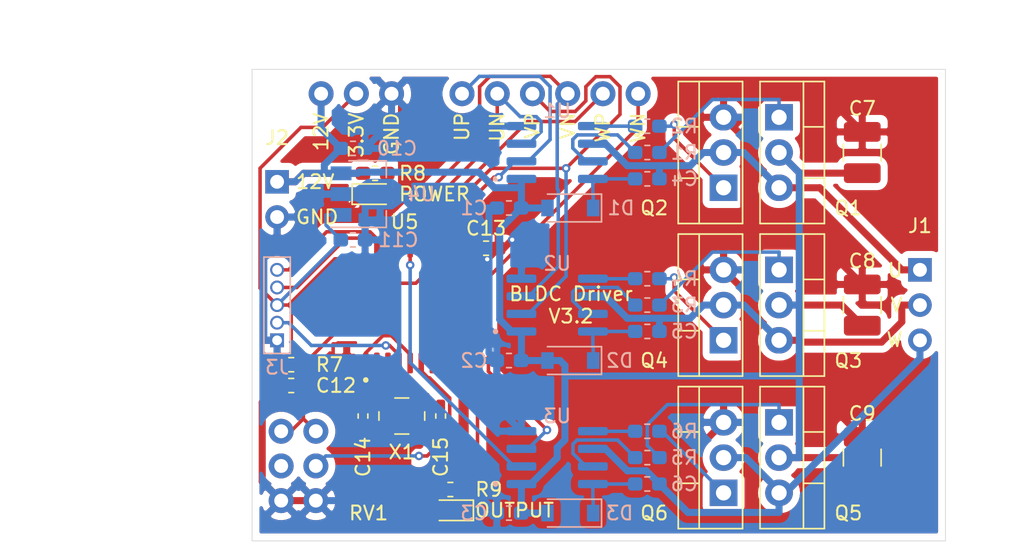
<source format=kicad_pcb>
(kicad_pcb (version 20171130) (host pcbnew "(5.1.9-0-10_14)")
  (title_block (title "BLDC Driver") (date 2021-03-21) (rev 3.2) (company https://github.com/KimiakiK))
  (layers (0 F.Cu signal) (31 B.Cu signal) (34 B.Paste user hide) (35 F.Paste user hide) (36 B.SilkS user) (37 F.SilkS user) (38 B.Mask user hide) (39 F.Mask user hide) (44 Edge.Cuts user))
  (net 0 "")
  (net 1 "Net-(C4-Pad1)")
  (net 2 "Net-(C5-Pad1)")
  (net 3 "Net-(C6-Pad1)")
  (net 4 +12V)
  (net 5 GND)
  (net 6 "Net-(Q1-Pad1)")
  (net 7 "Net-(Q2-Pad1)")
  (net 8 "Net-(Q3-Pad1)")
  (net 9 "Net-(Q4-Pad1)")
  (net 10 "Net-(Q5-Pad1)")
  (net 11 "Net-(Q6-Pad1)")
  (net 12 "Net-(R7-Pad1)")
  (net 13 /U)
  (net 14 /V)
  (net 15 /W)
  (net 16 +3V3)
  (net 17 SWDIO)
  (net 18 SWCLK)
  (net 19 NRST)
  (net 20 "Net-(R1-Pad2)")
  (net 21 "Net-(R2-Pad2)")
  (net 22 "Net-(R3-Pad2)")
  (net 23 "Net-(R4-Pad2)")
  (net 24 "Net-(R5-Pad2)")
  (net 25 "Net-(R6-Pad2)")
  (net 26 UP)
  (net 27 UN)
  (net 28 VP)
  (net 29 VN)
  (net 30 WP)
  (net 31 WN)
  (net 32 ADC)
  (net 33 OSC_I)
  (net 34 OSC_O)
  (net 35 "Net-(D4-Pad2)")
  (net 36 "Net-(D5-Pad2)")
  (net 37 LED)
  (module Connector_PinSocket_2.54mm:PinSocket_1x03_P2.54mm_Vertical (layer F.Cu) (at 10.16 -2.54)
    (fp_text reference J1 (at 0 -3.175) (layer F.SilkS))
    (fp_text value "Motor Out")
    (pad 3 thru_hole oval (at 0 5.08) (size 1.7 1.7) (drill 1) (layers *.Cu *.Mask) (net 15 /W))
    (pad 2 thru_hole oval (at 0 2.54) (size 1.7 1.7) (drill 1) (layers *.Cu *.Mask) (net 14 /V))
    (pad 1 thru_hole rect (at 0 0) (size 1.7 1.7) (drill 1) (layers *.Cu *.Mask) (net 13 /U))
  )
  (module Connector_PinSocket_2.54mm:PinSocket_1x02_P2.54mm_Vertical (layer F.Cu) (at -36.195 -8.89)
    (fp_text reference J2 (at 0 -3.175) (layer F.SilkS))
    (fp_text value "DC Jack")
    (pad 2 thru_hole oval (at 0 2.54) (size 1.7 1.7) (drill 1) (layers *.Cu *.Mask) (net 5 GND))
    (pad 1 thru_hole rect (at 0 0) (size 1.7 1.7) (drill 1) (layers *.Cu *.Mask) (net 4 +12V))
  )
  (module BldcDriver:Crystal_SMD_3225-4Pin_3.2x2.5mm_HandSoldering (layer F.Cu) (at -27.2 8)
    (fp_text reference X1 (at 0 2.6) (layer F.SilkS))
    (fp_text value 12MHz)
    (pad 1 smd rect (at -1.3 1.05) (size 1.35 1.2) (layers F.Cu F.Paste F.Mask) (net 33 OSC_I))
    (pad 2 smd rect (at 1.3 1.05) (size 1.35 1.2) (layers F.Cu F.Paste F.Mask) (net 5 GND))
    (pad 3 smd rect (at 1.3 -1.05) (size 1.35 1.2) (layers F.Cu F.Paste F.Mask) (net 34 OSC_O))
    (pad 4 smd rect (at -1.3 -1.05) (size 1.35 1.2) (layers F.Cu F.Paste F.Mask) (net 5 GND))
  )
  (module Package_TO_SOT_SMD:SOT-89-3 (layer B.Cu) (at -30.1 -8)
    (fp_text reference U4 (at 4.3 0) (layer B.SilkS) (effects (justify mirror)))
    (fp_text value NJM78L33SU3)
    (pad 2 smd trapezoid (at -0.0762 0 270) (size 1.5 1) (rect_delta 0 -0.7) (layers B.Cu B.Paste B.Mask) (net 5 GND))
    (pad 2 smd rect (at 1.3335 0 90) (size 2.2 1.84) (layers B.Cu B.Paste B.Mask) (net 5 GND))
    (pad 3 smd rect (at -1.48 -1.5 90) (size 1 1.5) (layers B.Cu B.Paste B.Mask) (net 4 +12V))
    (pad 2 smd rect (at -1.3335 0 90) (size 1 1.8) (layers B.Cu B.Paste B.Mask) (net 5 GND))
    (pad 1 smd rect (at -1.48 1.5 90) (size 1 1.5) (layers B.Cu B.Paste B.Mask) (net 16 +3V3))
    (pad 2 smd trapezoid (at 2.667 0 90) (size 1.6 0.85) (rect_delta 0 -0.6) (layers B.Cu B.Paste B.Mask) (net 5 GND))
  )
  (module BldcDriver:SOIC-8_3.9x4.9mm_P1.27mm (layer B.Cu) (at -16 11)
    (fp_text reference U3 (at 0 -3) (layer B.SilkS) (effects (justify mirror)))
    (fp_text value IR2101)
    (pad 1 smd roundrect (at -2.575 1.905) (size 2.15 0.6) (layers B.Cu B.Paste B.Mask) (net 4 +12V))
    (pad 2 smd roundrect (at -2.575 0.635) (size 2.15 0.6) (layers B.Cu B.Paste B.Mask) (net 30 WP))
    (pad 3 smd roundrect (at -2.575 -0.635) (size 2.15 0.6) (layers B.Cu B.Paste B.Mask) (net 31 WN))
    (pad 4 smd roundrect (at -2.575 -1.905) (size 2.15 0.6) (layers B.Cu B.Paste B.Mask) (net 5 GND))
    (pad 5 smd roundrect (at 2.575 -1.905) (size 2.15 0.6) (layers B.Cu B.Paste B.Mask) (net 25 "Net-(R6-Pad2)"))
    (pad 6 smd roundrect (at 2.575 -0.635) (size 2.15 0.6) (layers B.Cu B.Paste B.Mask) (net 15 /W))
    (pad 7 smd roundrect (at 2.575 0.635) (size 2.15 0.6) (layers B.Cu B.Paste B.Mask) (net 24 "Net-(R5-Pad2)"))
    (pad 8 smd roundrect (at 2.575 1.905) (size 2.15 0.6) (layers B.Cu B.Paste B.Mask) (net 3 "Net-(C6-Pad1)"))
  )
  (module BldcDriver:SOIC-8_3.9x4.9mm_P1.27mm (layer B.Cu) (at -16 0)
    (fp_text reference U2 (at 0 -3) (layer B.SilkS) (effects (justify mirror)))
    (fp_text value IR2101)
    (pad 8 smd roundrect (at 2.575 1.905) (size 2.15 0.6) (layers B.Cu B.Paste B.Mask) (net 2 "Net-(C5-Pad1)"))
    (pad 7 smd roundrect (at 2.575 0.635) (size 2.15 0.6) (layers B.Cu B.Paste B.Mask) (net 22 "Net-(R3-Pad2)"))
    (pad 6 smd roundrect (at 2.575 -0.635) (size 2.15 0.6) (layers B.Cu B.Paste B.Mask) (net 14 /V))
    (pad 5 smd roundrect (at 2.575 -1.905) (size 2.15 0.6) (layers B.Cu B.Paste B.Mask) (net 23 "Net-(R4-Pad2)"))
    (pad 4 smd roundrect (at -2.575 -1.905) (size 2.15 0.6) (layers B.Cu B.Paste B.Mask) (net 5 GND))
    (pad 3 smd roundrect (at -2.575 -0.635) (size 2.15 0.6) (layers B.Cu B.Paste B.Mask) (net 29 VN))
    (pad 2 smd roundrect (at -2.575 0.635) (size 2.15 0.6) (layers B.Cu B.Paste B.Mask) (net 28 VP))
    (pad 1 smd roundrect (at -2.575 1.905) (size 2.15 0.6) (layers B.Cu B.Paste B.Mask) (net 4 +12V))
  )
  (module BldcDriver:SOIC-8_3.9x4.9mm_P1.27mm (layer B.Cu) (at -16 -11)
    (fp_text reference U1 (at 0 -3) (layer B.SilkS) (effects (justify mirror)))
    (fp_text value IR2101)
    (pad 1 smd roundrect (at -2.575 1.905) (size 2.15 0.6) (layers B.Cu B.Paste B.Mask) (net 4 +12V))
    (pad 2 smd roundrect (at -2.575 0.635) (size 2.15 0.6) (layers B.Cu B.Paste B.Mask) (net 26 UP))
    (pad 3 smd roundrect (at -2.575 -0.635) (size 2.15 0.6) (layers B.Cu B.Paste B.Mask) (net 27 UN))
    (pad 4 smd roundrect (at -2.575 -1.905) (size 2.15 0.6) (layers B.Cu B.Paste B.Mask) (net 5 GND))
    (pad 5 smd roundrect (at 2.575 -1.905) (size 2.15 0.6) (layers B.Cu B.Paste B.Mask) (net 21 "Net-(R2-Pad2)"))
    (pad 6 smd roundrect (at 2.575 -0.635) (size 2.15 0.6) (layers B.Cu B.Paste B.Mask) (net 13 /U))
    (pad 7 smd roundrect (at 2.575 0.635) (size 2.15 0.6) (layers B.Cu B.Paste B.Mask) (net 20 "Net-(R1-Pad2)"))
    (pad 8 smd roundrect (at 2.575 1.905) (size 2.15 0.6) (layers B.Cu B.Paste B.Mask) (net 1 "Net-(C4-Pad1)"))
  )
  (module BldcDriver:TestPoint_THTPad_D2.0mm_Drill1.0mm (layer F.Cu) (at -10.16 -15.24)
    (fp_text reference TP9 hide)
    (fp_text value WN)
    (pad 1 thru_hole circle (at 0 0) (size 1.8 1.8) (drill 1) (layers *.Cu *.Mask) (net 31 WN))
  )
  (module BldcDriver:TestPoint_THTPad_D2.0mm_Drill1.0mm (layer F.Cu) (at -12.7 -15.24)
    (fp_text reference TP8 hide)
    (fp_text value WP)
    (pad 1 thru_hole circle (at 0 0) (size 1.8 1.8) (drill 1) (layers *.Cu *.Mask) (net 30 WP))
  )
  (module BldcDriver:TestPoint_THTPad_D2.0mm_Drill1.0mm (layer F.Cu) (at -15.24 -15.24)
    (fp_text reference TP7 hide)
    (fp_text value VN)
    (pad 1 thru_hole circle (at 0 0) (size 1.8 1.8) (drill 1) (layers *.Cu *.Mask) (net 29 VN))
  )
  (module BldcDriver:TestPoint_THTPad_D2.0mm_Drill1.0mm (layer F.Cu) (at -17.78 -15.24)
    (fp_text reference TP6 hide)
    (fp_text value VP)
    (pad 1 thru_hole circle (at 0 0) (size 1.8 1.8) (drill 1) (layers *.Cu *.Mask) (net 28 VP))
  )
  (module BldcDriver:TestPoint_THTPad_D2.0mm_Drill1.0mm (layer F.Cu) (at -20.32 -15.24)
    (fp_text reference TP5 hide)
    (fp_text value UN)
    (pad 1 thru_hole circle (at 0 0) (size 1.8 1.8) (drill 1) (layers *.Cu *.Mask) (net 27 UN))
  )
  (module BldcDriver:TestPoint_THTPad_D2.0mm_Drill1.0mm (layer F.Cu) (at -22.86 -15.24)
    (fp_text reference TP4 hide)
    (fp_text value UP)
    (pad 1 thru_hole circle (at 0 0) (size 1.8 1.8) (drill 1) (layers *.Cu *.Mask) (net 26 UP))
  )
  (module BldcDriver:TestPoint_THTPad_D2.0mm_Drill1.0mm (layer F.Cu) (at -30.48 -15.24)
    (fp_text reference TP3 hide)
    (fp_text value 3.3V)
    (pad 1 thru_hole circle (at 0 0) (size 1.8 1.8) (drill 1) (layers *.Cu *.Mask) (net 16 +3V3))
  )
  (module BldcDriver:TestPoint_THTPad_D2.0mm_Drill1.0mm (layer F.Cu) (at -27.94 -15.24)
    (fp_text reference TP2 hide)
    (fp_text value GND)
    (pad 1 thru_hole circle (at 0 0) (size 1.8 1.8) (drill 1) (layers *.Cu *.Mask) (net 5 GND))
  )
  (module BldcDriver:TestPoint_THTPad_D2.0mm_Drill1.0mm (layer F.Cu) (at -33.02 -15.24)
    (fp_text reference TP1 hide)
    (fp_text value +12V)
    (pad 1 thru_hole circle (at 0 0) (size 1.8 1.8) (drill 1) (layers *.Cu *.Mask) (net 4 +12V))
  )
  (module Resistor_SMD:R_0603_1608Metric_Pad1.05x0.95mm_HandSolder (layer F.Cu) (at -23.7 13.3)
    (fp_text reference R9 (at 1.7 0) (layer F.SilkS) (effects (justify left)))
    (fp_text value R)
    (pad 2 smd roundrect (at 0.875 0) (size 1.05 0.95) (layers F.Cu F.Paste F.Mask) (net 37 LED))
    (pad 1 smd roundrect (at -0.875 0) (size 1.05 0.95) (layers F.Cu F.Paste F.Mask) (net 36 "Net-(D5-Pad2)"))
  )
  (module Resistor_SMD:R_0603_1608Metric_Pad1.05x0.95mm_HandSolder (layer F.Cu) (at -29.125 -9.5 180)
    (fp_text reference R8 (at -1.625 0) (layer F.SilkS) (effects (justify left)))
    (fp_text value R)
    (pad 2 smd roundrect (at 0.875 0 180) (size 1.05 0.95) (layers F.Cu F.Paste F.Mask) (net 4 +12V))
    (pad 1 smd roundrect (at -0.875 0 180) (size 1.05 0.95) (layers F.Cu F.Paste F.Mask) (net 35 "Net-(D4-Pad2)"))
  )
  (module BldcDriver:STM32_Debug_5pin (layer B.Cu) (at -36.195 2.54)
    (fp_text reference J3 (at 0 1.95) (layer B.SilkS) (effects (justify mirror)))
    (fp_text value STM32_Debug_5pin)
    (pad 5 thru_hole oval (at 0 -5.08) (size 1 1) (drill 0.7) (layers *.Cu *.Mask) (net 17 SWDIO))
    (pad 4 thru_hole oval (at 0 -3.81) (size 1 1) (drill 0.7) (layers *.Cu *.Mask) (net 18 SWCLK))
    (pad 3 thru_hole oval (at 0 -2.54) (size 1 1) (drill 0.7) (layers *.Cu *.Mask) (net 16 +3V3))
    (pad 2 thru_hole oval (at 0 -1.27) (size 1 1) (drill 0.7) (layers *.Cu *.Mask) (net 19 NRST))
    (pad 1 thru_hole rect (at 0 0) (size 1 1) (drill 0.7) (layers *.Cu *.Mask) (net 5 GND))
  )
  (module LED_SMD:LED_0603_1608Metric_Pad1.05x0.95mm_HandSolder (layer F.Cu) (at -23.7 14.8 180)
    (fp_text reference D5 hide)
    (fp_text value Output)
    (pad 2 smd roundrect (at 0.875 0 180) (size 1.05 0.95) (layers F.Cu F.Paste F.Mask) (net 36 "Net-(D5-Pad2)"))
    (pad 1 smd roundrect (at -0.875 0 180) (size 1.05 0.95) (layers F.Cu F.Paste F.Mask) (net 5 GND))
  )
  (module LED_SMD:LED_0603_1608Metric_Pad1.05x0.95mm_HandSolder (layer F.Cu) (at -29.125 -8)
    (fp_text reference D4 hide)
    (fp_text value Power)
    (pad 2 smd roundrect (at 0.875 0) (size 1.05 0.95) (layers F.Cu F.Paste F.Mask) (net 35 "Net-(D4-Pad2)"))
    (pad 1 smd roundrect (at -0.875 0) (size 1.05 0.95) (layers F.Cu F.Paste F.Mask) (net 5 GND))
  )
  (module Package_TO_SOT_THT:TO-220-3_Vertical (layer F.Cu) (at -4 13.54 90)
    (fp_text reference Q6 (at -1.46 -5 180) (layer F.SilkS))
    (fp_text value 2SK4033)
    (pad 3 thru_hole oval (at 5.08 0 90) (size 1.905 2) (drill 1.1) (layers *.Cu *.Mask) (net 5 GND))
    (pad 2 thru_hole oval (at 2.54 0 90) (size 1.905 2) (drill 1.1) (layers *.Cu *.Mask) (net 15 /W))
    (pad 1 thru_hole rect (at 0 0 90) (size 1.905 2) (drill 1.1) (layers *.Cu *.Mask) (net 11 "Net-(Q6-Pad1)"))
  )
  (module Package_TO_SOT_THT:TO-220-3_Vertical (layer F.Cu) (at 0 8.46 270)
    (fp_text reference Q5 (at 6.54 -5 180) (layer F.SilkS))
    (fp_text value 2SK4033)
    (pad 3 thru_hole oval (at 5.08 0 270) (size 1.905 2) (drill 1.1) (layers *.Cu *.Mask) (net 15 /W))
    (pad 2 thru_hole oval (at 2.54 0 270) (size 1.905 2) (drill 1.1) (layers *.Cu *.Mask) (net 4 +12V))
    (pad 1 thru_hole rect (at 0 0 270) (size 1.905 2) (drill 1.1) (layers *.Cu *.Mask) (net 10 "Net-(Q5-Pad1)"))
  )
  (module Package_TO_SOT_THT:TO-220-3_Vertical (layer F.Cu) (at -4 2.54 90)
    (fp_text reference Q4 (at -1.46 -5 180) (layer F.SilkS))
    (fp_text value 2SK4033)
    (pad 3 thru_hole oval (at 5.08 0 90) (size 1.905 2) (drill 1.1) (layers *.Cu *.Mask) (net 5 GND))
    (pad 2 thru_hole oval (at 2.54 0 90) (size 1.905 2) (drill 1.1) (layers *.Cu *.Mask) (net 14 /V))
    (pad 1 thru_hole rect (at 0 0 90) (size 1.905 2) (drill 1.1) (layers *.Cu *.Mask) (net 9 "Net-(Q4-Pad1)"))
  )
  (module Package_TO_SOT_THT:TO-220-3_Vertical (layer F.Cu) (at 0 -2.54 270)
    (fp_text reference Q3 (at 6.54 -5 180) (layer F.SilkS))
    (fp_text value 2SK4033)
    (pad 3 thru_hole oval (at 5.08 0 270) (size 1.905 2) (drill 1.1) (layers *.Cu *.Mask) (net 14 /V))
    (pad 2 thru_hole oval (at 2.54 0 270) (size 1.905 2) (drill 1.1) (layers *.Cu *.Mask) (net 4 +12V))
    (pad 1 thru_hole rect (at 0 0 270) (size 1.905 2) (drill 1.1) (layers *.Cu *.Mask) (net 8 "Net-(Q3-Pad1)"))
  )
  (module Package_TO_SOT_THT:TO-220-3_Vertical (layer F.Cu) (at -4 -8.46 90)
    (fp_text reference Q2 (at -1.46 -5) (layer F.SilkS))
    (fp_text value 2SK4033)
    (pad 3 thru_hole oval (at 5.08 0 90) (size 1.905 2) (drill 1.1) (layers *.Cu *.Mask) (net 5 GND))
    (pad 2 thru_hole oval (at 2.54 0 90) (size 1.905 2) (drill 1.1) (layers *.Cu *.Mask) (net 13 /U))
    (pad 1 thru_hole rect (at 0 0 90) (size 1.905 2) (drill 1.1) (layers *.Cu *.Mask) (net 7 "Net-(Q2-Pad1)"))
  )
  (module Package_TO_SOT_THT:TO-220-3_Vertical (layer F.Cu) (at 0 -13.54 270)
    (fp_text reference Q1 (at 6.54 -5) (layer F.SilkS))
    (fp_text value 2SK4033)
    (pad 3 thru_hole oval (at 5.08 0 270) (size 1.905 2) (drill 1.1) (layers *.Cu *.Mask) (net 13 /U))
    (pad 2 thru_hole oval (at 2.54 0 270) (size 1.905 2) (drill 1.1) (layers *.Cu *.Mask) (net 4 +12V))
    (pad 1 thru_hole rect (at 0 0 270) (size 1.905 2) (drill 1.1) (layers *.Cu *.Mask) (net 6 "Net-(Q1-Pad1)"))
  )
  (module BldcDriver:C_0402_1005Metric (layer F.Cu) (at -24.4 8 270)
    (fp_text reference C15 (at 1.4 0 270) (layer F.SilkS) (effects (justify right)))
    (fp_text value 10pF)
    (pad 2 smd roundrect (at 0.685 0 270) (size 1 0.64) (layers F.Cu F.Paste F.Mask) (net 5 GND))
    (pad 1 smd roundrect (at -0.685 0 270) (size 1 0.64) (layers F.Cu F.Paste F.Mask) (net 34 OSC_O))
  )
  (module BldcDriver:C_0402_1005Metric (layer F.Cu) (at -30 8 90)
    (fp_text reference C14 (at -1.4 0 270) (layer F.SilkS) (effects (justify right)))
    (fp_text value 10pF)
    (pad 2 smd roundrect (at 0.685 0 90) (size 1 0.64) (layers F.Cu F.Paste F.Mask) (net 5 GND))
    (pad 1 smd roundrect (at -0.685 0 90) (size 1 0.64) (layers F.Cu F.Paste F.Mask) (net 33 OSC_I))
  )
  (module Potentiometer_THT:Potentiometer_Alps_RK097_Dual_Horizontal (layer F.Cu) (at -35.9 9.1 180)
    (fp_text reference RV1 (at -6.3 -5.9) (layer F.SilkS))
    (fp_text value B10k)
    (pad 4 thru_hole circle (at -2.5 0 180) (size 1.8 1.8) (drill 1) (layers *.Cu *.Mask) (net 16 +3V3))
    (pad 5 thru_hole circle (at -2.5 -2.5 180) (size 1.8 1.8) (drill 1) (layers *.Cu *.Mask) (net 32 ADC))
    (pad 6 thru_hole circle (at -2.5 -5 180) (size 1.8 1.8) (drill 1) (layers *.Cu *.Mask) (net 5 GND))
    (pad 1 thru_hole circle (at 0 0 180) (size 1.8 1.8) (drill 1) (layers *.Cu *.Mask) (net 16 +3V3))
    (pad 2 thru_hole circle (at 0 -2.5 180) (size 1.8 1.8) (drill 1) (layers *.Cu *.Mask))
    (pad 3 thru_hole circle (at 0 -5 180) (size 1.8 1.8) (drill 1) (layers *.Cu *.Mask) (net 5 GND))
  )
  (module BldcDriver:LQFP-32_7x7mm_P0.8mm_FusionPCB (layer F.Cu) (at -27 0 90)
    (fp_text reference U5 (at 6 0 180) (layer F.SilkS))
    (fp_text value STM32F303K8Tx)
    (pad 1 smd roundrect (at -4.175 -2.8 90) (size 1.5 0.4) (layers F.Cu F.Paste F.Mask) (net 16 +3V3))
    (pad 2 smd roundrect (at -4.175 -2 90) (size 1.5 0.4) (layers F.Cu F.Paste F.Mask) (net 33 OSC_I))
    (pad 3 smd roundrect (at -4.175 -1.2 90) (size 1.5 0.4) (layers F.Cu F.Paste F.Mask) (net 34 OSC_O))
    (pad 4 smd roundrect (at -4.175 -0.4 90) (size 1.5 0.4) (layers F.Cu F.Paste F.Mask) (net 19 NRST))
    (pad 5 smd roundrect (at -4.175 0.4 90) (size 1.5 0.4) (layers F.Cu F.Paste F.Mask) (net 16 +3V3))
    (pad 6 smd roundrect (at -4.175 1.2 90) (size 1.5 0.4) (layers F.Cu F.Paste F.Mask) (net 32 ADC))
    (pad 7 smd roundrect (at -4.175 2 90) (size 1.5 0.4) (layers F.Cu F.Paste F.Mask))
    (pad 8 smd roundrect (at -4.175 2.8 90) (size 1.5 0.4) (layers F.Cu F.Paste F.Mask))
    (pad 9 smd roundrect (at -2.8 4.175 90) (size 0.4 1.5) (layers F.Cu F.Paste F.Mask))
    (pad 10 smd roundrect (at -2 4.175 90) (size 0.4 1.5) (layers F.Cu F.Paste F.Mask))
    (pad 11 smd roundrect (at -1.2 4.175 90) (size 0.4 1.5) (layers F.Cu F.Paste F.Mask) (net 37 LED))
    (pad 12 smd roundrect (at -0.4 4.175 90) (size 0.4 1.5) (layers F.Cu F.Paste F.Mask))
    (pad 13 smd roundrect (at 0.4 4.175 90) (size 0.4 1.5) (layers F.Cu F.Paste F.Mask))
    (pad 14 smd roundrect (at 1.2 4.175 90) (size 0.4 1.5) (layers F.Cu F.Paste F.Mask))
    (pad 15 smd roundrect (at 2 4.175 90) (size 0.4 1.5) (layers F.Cu F.Paste F.Mask) (net 31 WN))
    (pad 16 smd roundrect (at 2.8 4.175 90) (size 0.4 1.5) (layers F.Cu F.Paste F.Mask) (net 5 GND))
    (pad 17 smd roundrect (at 4.175 2.8 90) (size 1.5 0.4) (layers F.Cu F.Paste F.Mask) (net 16 +3V3))
    (pad 18 smd roundrect (at 4.175 2 90) (size 1.5 0.4) (layers F.Cu F.Paste F.Mask) (net 26 UP))
    (pad 19 smd roundrect (at 4.175 1.2 90) (size 1.5 0.4) (layers F.Cu F.Paste F.Mask) (net 28 VP))
    (pad 20 smd roundrect (at 4.175 0.4 90) (size 1.5 0.4) (layers F.Cu F.Paste F.Mask) (net 30 WP))
    (pad 21 smd roundrect (at 4.175 -0.4 90) (size 1.5 0.4) (layers F.Cu F.Paste F.Mask) (net 27 UN))
    (pad 22 smd roundrect (at 4.175 -1.2 90) (size 1.5 0.4) (layers F.Cu F.Paste F.Mask) (net 29 VN))
    (pad 23 smd roundrect (at 4.175 -2 90) (size 1.5 0.4) (layers F.Cu F.Paste F.Mask) (net 17 SWDIO))
    (pad 24 smd roundrect (at 4.175 -2.8 90) (size 1.5 0.4) (layers F.Cu F.Paste F.Mask) (net 18 SWCLK))
    (pad 25 smd roundrect (at 2.8 -4.175 90) (size 0.4 1.5) (layers F.Cu F.Paste F.Mask))
    (pad 26 smd roundrect (at 2 -4.175 90) (size 0.4 1.5) (layers F.Cu F.Paste F.Mask))
    (pad 27 smd roundrect (at 1.2 -4.175 90) (size 0.4 1.5) (layers F.Cu F.Paste F.Mask))
    (pad 28 smd roundrect (at 0.4 -4.175 90) (size 0.4 1.5) (layers F.Cu F.Paste F.Mask))
    (pad 29 smd roundrect (at -0.4 -4.175 90) (size 0.4 1.5) (layers F.Cu F.Paste F.Mask))
    (pad 30 smd roundrect (at -1.2 -4.175 90) (size 0.4 1.5) (layers F.Cu F.Paste F.Mask))
    (pad 31 smd roundrect (at -2 -4.175 90) (size 0.4 1.5) (layers F.Cu F.Paste F.Mask) (net 12 "Net-(R7-Pad1)"))
    (pad 32 smd roundrect (at -2.8 -4.175 90) (size 0.4 1.5) (layers F.Cu F.Paste F.Mask) (net 5 GND))
  )
  (module Resistor_SMD:R_0603_1608Metric_Pad1.05x0.95mm_HandSolder (layer F.Cu) (at -35.175 4.3 180)
    (fp_text reference R7 (at -1.675 0 180) (layer F.SilkS) (effects (justify left)))
    (fp_text value 10k)
    (pad 2 smd roundrect (at 0.875 0 180) (size 1.05 0.95) (layers F.Cu F.Paste F.Mask) (net 5 GND))
    (pad 1 smd roundrect (at -0.875 0 180) (size 1.05 0.95) (layers F.Cu F.Paste F.Mask) (net 12 "Net-(R7-Pad1)"))
  )
  (module Resistor_SMD:R_0603_1608Metric_Pad1.05x0.95mm_HandSolder (layer B.Cu) (at -9.5 9.1 180)
    (fp_text reference R6 (at -2.667 0) (layer B.SilkS) (effects (justify mirror)))
    (fp_text value 100)
    (pad 2 smd roundrect (at 0.875 0 180) (size 1.05 0.95) (layers B.Cu B.Paste B.Mask) (net 25 "Net-(R6-Pad2)"))
    (pad 1 smd roundrect (at -0.875 0 180) (size 1.05 0.95) (layers B.Cu B.Paste B.Mask) (net 11 "Net-(Q6-Pad1)"))
  )
  (module Resistor_SMD:R_0603_1608Metric_Pad1.05x0.95mm_HandSolder (layer B.Cu) (at -9.5 11 180)
    (fp_text reference R5 (at -2.667 0) (layer B.SilkS) (effects (justify mirror)))
    (fp_text value 100)
    (pad 2 smd roundrect (at 0.875 0 180) (size 1.05 0.95) (layers B.Cu B.Paste B.Mask) (net 24 "Net-(R5-Pad2)"))
    (pad 1 smd roundrect (at -0.875 0 180) (size 1.05 0.95) (layers B.Cu B.Paste B.Mask) (net 10 "Net-(Q5-Pad1)"))
  )
  (module Resistor_SMD:R_0603_1608Metric_Pad1.05x0.95mm_HandSolder (layer B.Cu) (at -9.5 -1.9 180)
    (fp_text reference R4 (at -2.667 0) (layer B.SilkS) (effects (justify mirror)))
    (fp_text value 100)
    (pad 2 smd roundrect (at 0.875 0 180) (size 1.05 0.95) (layers B.Cu B.Paste B.Mask) (net 23 "Net-(R4-Pad2)"))
    (pad 1 smd roundrect (at -0.875 0 180) (size 1.05 0.95) (layers B.Cu B.Paste B.Mask) (net 9 "Net-(Q4-Pad1)"))
  )
  (module Resistor_SMD:R_0603_1608Metric_Pad1.05x0.95mm_HandSolder (layer B.Cu) (at -9.5 0 180)
    (fp_text reference R3 (at -2.667 0) (layer B.SilkS) (effects (justify mirror)))
    (fp_text value 100)
    (pad 2 smd roundrect (at 0.875 0 180) (size 1.05 0.95) (layers B.Cu B.Paste B.Mask) (net 22 "Net-(R3-Pad2)"))
    (pad 1 smd roundrect (at -0.875 0 180) (size 1.05 0.95) (layers B.Cu B.Paste B.Mask) (net 8 "Net-(Q3-Pad1)"))
  )
  (module Resistor_SMD:R_0603_1608Metric_Pad1.05x0.95mm_HandSolder (layer B.Cu) (at -9.5 -12.9 180)
    (fp_text reference R2 (at -2.667 0) (layer B.SilkS) (effects (justify mirror)))
    (fp_text value 100)
    (pad 2 smd roundrect (at 0.875 0 180) (size 1.05 0.95) (layers B.Cu B.Paste B.Mask) (net 21 "Net-(R2-Pad2)"))
    (pad 1 smd roundrect (at -0.875 0 180) (size 1.05 0.95) (layers B.Cu B.Paste B.Mask) (net 7 "Net-(Q2-Pad1)"))
  )
  (module Resistor_SMD:R_0603_1608Metric_Pad1.05x0.95mm_HandSolder (layer B.Cu) (at -9.5 -11 180)
    (fp_text reference R1 (at -2.667 0) (layer B.SilkS) (effects (justify mirror)))
    (fp_text value 100)
    (pad 2 smd roundrect (at 0.875 0 180) (size 1.05 0.95) (layers B.Cu B.Paste B.Mask) (net 20 "Net-(R1-Pad2)"))
    (pad 1 smd roundrect (at -0.875 0 180) (size 1.05 0.95) (layers B.Cu B.Paste B.Mask) (net 6 "Net-(Q1-Pad1)"))
  )
  (module Diode_SMD:D_SOD-123 (layer B.Cu) (at -15.05 15 180)
    (fp_text reference D3 (at -3.556 0) (layer B.SilkS) (effects (justify mirror)))
    (fp_text value 1N4148W)
    (pad 2 smd rect (at 1.65 0 180) (size 0.9 1.2) (layers B.Cu B.Paste B.Mask) (net 4 +12V))
    (pad 1 smd rect (at -1.65 0 180) (size 0.9 1.2) (layers B.Cu B.Paste B.Mask) (net 3 "Net-(C6-Pad1)"))
  )
  (module Diode_SMD:D_SOD-123 (layer B.Cu) (at -15.05 4 180)
    (fp_text reference D2 (at -3.555 0) (layer B.SilkS) (effects (justify mirror)))
    (fp_text value 1N4148W)
    (pad 2 smd rect (at 1.65 0 180) (size 0.9 1.2) (layers B.Cu B.Paste B.Mask) (net 4 +12V))
    (pad 1 smd rect (at -1.65 0 180) (size 0.9 1.2) (layers B.Cu B.Paste B.Mask) (net 2 "Net-(C5-Pad1)"))
  )
  (module Diode_SMD:D_SOD-123 (layer B.Cu) (at -15.05 -7 180)
    (fp_text reference D1 (at -3.65 0) (layer B.SilkS) (effects (justify mirror)))
    (fp_text value 1N4148W)
    (pad 2 smd rect (at 1.65 0 180) (size 0.9 1.2) (layers B.Cu B.Paste B.Mask) (net 4 +12V))
    (pad 1 smd rect (at -1.65 0 180) (size 0.9 1.2) (layers B.Cu B.Paste B.Mask) (net 1 "Net-(C4-Pad1)"))
  )
  (module Capacitor_SMD:C_0603_1608Metric_Pad1.05x0.95mm_HandSolder (layer F.Cu) (at -21.125 -4.1)
    (fp_text reference C13 (at 0 -1.43) (layer F.SilkS))
    (fp_text value 0.1uF)
    (pad 2 smd roundrect (at 0.875 0) (size 1.05 0.95) (layers F.Cu F.Paste F.Mask) (net 5 GND))
    (pad 1 smd roundrect (at -0.875 0) (size 1.05 0.95) (layers F.Cu F.Paste F.Mask) (net 16 +3V3))
  )
  (module Capacitor_SMD:C_0603_1608Metric_Pad1.05x0.95mm_HandSolder (layer F.Cu) (at -35.175 5.8 180)
    (fp_text reference C12 (at -1.675 0) (layer F.SilkS) (effects (justify left)))
    (fp_text value 0.1uF)
    (pad 2 smd roundrect (at 0.875 0 180) (size 1.05 0.95) (layers F.Cu F.Paste F.Mask) (net 5 GND))
    (pad 1 smd roundrect (at -0.875 0 180) (size 1.05 0.95) (layers F.Cu F.Paste F.Mask) (net 16 +3V3))
  )
  (module Capacitor_SMD:C_0603_1608Metric_Pad1.05x0.95mm_HandSolder (layer B.Cu) (at -30.725 -4.7)
    (fp_text reference C11 (at 1.725 0 180) (layer B.SilkS) (effects (justify right mirror)))
    (fp_text value 0.1uF)
    (pad 2 smd roundrect (at 0.875 0) (size 1.05 0.95) (layers B.Cu B.Paste B.Mask) (net 5 GND))
    (pad 1 smd roundrect (at -0.875 0) (size 1.05 0.95) (layers B.Cu B.Paste B.Mask) (net 16 +3V3))
  )
  (module Capacitor_SMD:C_0603_1608Metric_Pad1.05x0.95mm_HandSolder (layer B.Cu) (at -30.725 -11.3)
    (fp_text reference C10 (at 1.625 0 180) (layer B.SilkS) (effects (justify right mirror)))
    (fp_text value 0.39uF)
    (pad 2 smd roundrect (at 0.875 0) (size 1.05 0.95) (layers B.Cu B.Paste B.Mask) (net 5 GND))
    (pad 1 smd roundrect (at -0.875 0) (size 1.05 0.95) (layers B.Cu B.Paste B.Mask) (net 4 +12V))
  )
  (module Capacitor_SMD:C_1210_3225Metric_Pad1.42x2.65mm_HandSolder (layer F.Cu) (at 6 11 90)
    (fp_text reference C9 (at 3.175 0 180) (layer F.SilkS))
    (fp_text value 22uF)
    (pad 2 smd roundrect (at 1.4875 0 90) (size 1.425 2.65) (layers F.Cu F.Paste F.Mask) (roundrect_rratio 0.175439) (net 5 GND))
    (pad 1 smd roundrect (at -1.4875 0 90) (size 1.425 2.65) (layers F.Cu F.Paste F.Mask) (roundrect_rratio 0.175439) (net 4 +12V))
  )
  (module Capacitor_SMD:C_1210_3225Metric_Pad1.42x2.65mm_HandSolder (layer F.Cu) (at 6 0 90)
    (fp_text reference C8 (at 3.175 0 180) (layer F.SilkS))
    (fp_text value 22uF)
    (pad 2 smd roundrect (at 1.4875 0 90) (size 1.425 2.65) (layers F.Cu F.Paste F.Mask) (roundrect_rratio 0.175439) (net 5 GND))
    (pad 1 smd roundrect (at -1.4875 0 90) (size 1.425 2.65) (layers F.Cu F.Paste F.Mask) (roundrect_rratio 0.175439) (net 4 +12V))
  )
  (module Capacitor_SMD:C_1210_3225Metric_Pad1.42x2.65mm_HandSolder (layer F.Cu) (at 6 -11 90)
    (fp_text reference C7 (at 3.175 0 180) (layer F.SilkS))
    (fp_text value 22uF)
    (pad 2 smd roundrect (at 1.4875 0 90) (size 1.425 2.65) (layers F.Cu F.Paste F.Mask) (roundrect_rratio 0.175439) (net 5 GND))
    (pad 1 smd roundrect (at -1.4875 0 90) (size 1.425 2.65) (layers F.Cu F.Paste F.Mask) (roundrect_rratio 0.175439) (net 4 +12V))
  )
  (module Capacitor_SMD:C_0603_1608Metric_Pad1.05x0.95mm_HandSolder (layer B.Cu) (at -9.5 12.9)
    (fp_text reference C6 (at 2.667 0) (layer B.SilkS) (effects (justify mirror)))
    (fp_text value 10uF)
    (pad 2 smd roundrect (at 0.875 0) (size 1.05 0.95) (layers B.Cu B.Paste B.Mask) (net 15 /W))
    (pad 1 smd roundrect (at -0.875 0) (size 1.05 0.95) (layers B.Cu B.Paste B.Mask) (net 3 "Net-(C6-Pad1)"))
  )
  (module Capacitor_SMD:C_0603_1608Metric_Pad1.05x0.95mm_HandSolder (layer B.Cu) (at -9.5 1.9)
    (fp_text reference C5 (at 2.667 0) (layer B.SilkS) (effects (justify mirror)))
    (fp_text value 10uF)
    (pad 2 smd roundrect (at 0.875 0) (size 1.05 0.95) (layers B.Cu B.Paste B.Mask) (net 14 /V))
    (pad 1 smd roundrect (at -0.875 0) (size 1.05 0.95) (layers B.Cu B.Paste B.Mask) (net 2 "Net-(C5-Pad1)"))
  )
  (module Capacitor_SMD:C_0603_1608Metric_Pad1.05x0.95mm_HandSolder (layer B.Cu) (at -9.5 -9.1)
    (fp_text reference C4 (at 2.681 0) (layer B.SilkS) (effects (justify mirror)))
    (fp_text value 10uF)
    (pad 2 smd roundrect (at 0.875 0) (size 1.05 0.95) (layers B.Cu B.Paste B.Mask) (net 13 /U))
    (pad 1 smd roundrect (at -0.875 0) (size 1.05 0.95) (layers B.Cu B.Paste B.Mask) (net 1 "Net-(C4-Pad1)"))
  )
  (module Capacitor_SMD:C_0603_1608Metric_Pad1.05x0.95mm_HandSolder (layer B.Cu) (at -19.475 15 180)
    (fp_text reference C3 (at 2.525 0) (layer B.SilkS) (effects (justify mirror)))
    (fp_text value 10uF)
    (pad 2 smd roundrect (at 0.875 0 180) (size 1.05 0.95) (layers B.Cu B.Paste B.Mask) (net 5 GND))
    (pad 1 smd roundrect (at -0.875 0 180) (size 1.05 0.95) (layers B.Cu B.Paste B.Mask) (net 4 +12V))
  )
  (module Capacitor_SMD:C_0603_1608Metric_Pad1.05x0.95mm_HandSolder (layer B.Cu) (at -19.475 4 180)
    (fp_text reference C2 (at 2.525 0) (layer B.SilkS) (effects (justify mirror)))
    (fp_text value 10uF)
    (pad 2 smd roundrect (at 0.875 0 180) (size 1.05 0.95) (layers B.Cu B.Paste B.Mask) (net 5 GND))
    (pad 1 smd roundrect (at -0.875 0 180) (size 1.05 0.95) (layers B.Cu B.Paste B.Mask) (net 4 +12V))
  )
  (module Capacitor_SMD:C_0603_1608Metric_Pad1.05x0.95mm_HandSolder (layer B.Cu) (at -19.475 -7 180)
    (fp_text reference C1 (at 2.525 0) (layer B.SilkS) (effects (justify mirror)))
    (fp_text value 10uF)
    (pad 2 smd roundrect (at 0.875 0 180) (size 1.05 0.95) (layers B.Cu B.Paste B.Mask) (net 5 GND))
    (pad 1 smd roundrect (at -0.875 0 180) (size 1.05 0.95) (layers B.Cu B.Paste B.Mask) (net 4 +12V))
  )
  (gr_text W (at 9 2.5) (layer F.SilkS) (effects (font (size 1 1)) (justify right)))
  (gr_text V (at 9 0) (layer F.SilkS) (effects (font (size 1 1)) (justify right)))
  (gr_text U (at 9 -2.5) (layer F.SilkS) (effects (font (size 1 1)) (justify right)))
  (gr_text OUTPUT (at -22 14.8) (layer F.SilkS) (effects (font (size 1 1)) (justify left)))
  (gr_text POWER (at -27.5 -8) (layer F.SilkS) (effects (font (size 1 1)) (justify left)))
  (gr_text WN (at -10.16 -13.97 90) (layer F.SilkS) (effects (font (size 1 1)) (justify right)))
  (gr_text WP (at -12.7 -13.97 90) (layer F.SilkS) (effects (font (size 1 1)) (justify right)))
  (gr_text VN (at -15.24 -13.97 90) (layer F.SilkS) (effects (font (size 1 1)) (justify right)))
  (gr_text VP (at -17.78 -13.97 90) (layer F.SilkS) (effects (font (size 1 1)) (justify right)))
  (gr_text UN (at -20.32 -13.97 90) (layer F.SilkS) (effects (font (size 1 1)) (justify right)))
  (gr_text UP (at -22.86 -13.97 90) (layer F.SilkS) (effects (font (size 1 1)) (justify right)))
  (gr_text "BLDC Driver\nV3.2" (at -15 0) (layer F.SilkS) (effects (font (size 1 1))))
  (gr_line (start -38 -17) (end 12 -17) (layer Edge.Cuts) (width 0.05))
  (gr_line (start -38 17) (end -38 -17) (layer Edge.Cuts) (width 0.05))
  (gr_line (start 12 17) (end -38 17) (layer Edge.Cuts) (width 0.05))
  (gr_line (start 12 -17) (end 12 17) (layer Edge.Cuts) (width 0.05))
  (gr_text GND (at -34.925 -6.35) (layer F.SilkS) (effects (font (size 1 1)) (justify left)))
  (gr_text 12V (at -34.925 -8.89) (layer F.SilkS) (effects (font (size 1 1)) (justify left)))
  (gr_text 3.3V (at -30.48 -13.97 90) (layer F.SilkS) (effects (font (size 1 1)) (justify right)))
  (gr_text GND (at -27.94 -13.97 90) (layer F.SilkS) (effects (font (size 1 1)) (justify right)))
  (gr_text 12V (at -33.02 -13.97 90) (layer F.SilkS) (effects (font (size 1 1)) (justify right)))
  (segment (start -10.375 -9.1) (end -13.42 -9.1) (width 0.254) (layer B.Cu) (net 1))
  (segment (start -13.42 -9.1) (end -13.425 -9.095) (width 0.254) (layer B.Cu) (net 1))
  (segment (start -13.4 -7) (end -13.4 -7.9305) (width 0.254) (layer B.Cu) (net 1))
  (segment (start -13.4 -7.9305) (end -13.425 -7.9555) (width 0.254) (layer B.Cu) (net 1))
  (segment (start -13.425 -7.9555) (end -13.425 -9.095) (width 0.254) (layer B.Cu) (net 1))
  (segment (start -10.375 1.9) (end -13.42 1.9) (width 0.254) (layer B.Cu) (net 2))
  (segment (start -13.42 1.9) (end -13.425 1.905) (width 0.254) (layer B.Cu) (net 2))
  (segment (start -13.4 4) (end -13.4 3.0695) (width 0.254) (layer B.Cu) (net 2))
  (segment (start -13.4 3.0695) (end -13.425 3.0445) (width 0.254) (layer B.Cu) (net 2))
  (segment (start -13.425 3.0445) (end -13.425 1.905) (width 0.254) (layer B.Cu) (net 2))
  (segment (start -13.425 12.905) (end -10.38 12.905) (width 0.254) (layer B.Cu) (net 3))
  (segment (start -10.38 12.905) (end -10.375 12.9) (width 0.254) (layer B.Cu) (net 3))
  (segment (start -13.4 14.0695) (end -13.425 14.0445) (width 0.254) (layer B.Cu) (net 3))
  (segment (start -13.425 14.0445) (end -13.425 12.905) (width 0.254) (layer B.Cu) (net 3))
  (segment (start -13.4 15) (end -13.4 14.0695) (width 0.254) (layer B.Cu) (net 3))
  (segment (start -18.575 14.975) (end -18.6 15) (width 0.508) (layer B.Cu) (net 4))
  (segment (start -18.575 12.905) (end -18.575 14.975) (width 0.508) (layer B.Cu) (net 4))
  (segment (start -16.7 15) (end -18.55 15) (width 0.508) (layer B.Cu) (net 4))
  (segment (start -18.55 15) (end -18.575 14.975) (width 0.508) (layer B.Cu) (net 4))
  (segment (start -15.4399 5.1123) (end -15.4399 9.7188) (width 0.508) (layer B.Cu) (net 4))
  (segment (start -15.4399 9.7188) (end -15.9976 10.2765) (width 0.508) (layer B.Cu) (net 4))
  (segment (start -15.9976 10.2765) (end -15.9976 11.0055) (width 0.508) (layer B.Cu) (net 4))
  (segment (start -15.9976 11.0055) (end -17.8971 12.905) (width 0.508) (layer B.Cu) (net 4))
  (segment (start -17.8971 12.905) (end -18.575 12.905) (width 0.508) (layer B.Cu) (net 4))
  (segment (start -15.7925 4) (end -15.4399 4.3526) (width 0.508) (layer B.Cu) (net 4))
  (segment (start -15.4399 4.3526) (end -15.4399 5.1123) (width 0.508) (layer B.Cu) (net 4))
  (segment (start 1.4575 5.1123) (end -15.4399 5.1123) (width 0.508) (layer B.Cu) (net 4))
  (segment (start 1.4575 5.1123) (end 1.4575 11) (width 0.508) (layer B.Cu) (net 4))
  (segment (start 1.3686 0) (end 1.4575 0.0889) (width 0.508) (layer B.Cu) (net 4))
  (segment (start 1.4575 0.0889) (end 1.4575 5.1123) (width 0.508) (layer B.Cu) (net 4))
  (segment (start -16.7 4) (end -15.7925 4) (width 0.508) (layer B.Cu) (net 4))
  (segment (start 0 11) (end 1.4575 11) (width 0.508) (layer B.Cu) (net 4))
  (segment (start 1.3686 0) (end 1.4575 -0.0889) (width 0.508) (layer B.Cu) (net 4))
  (segment (start 1.4575 -0.0889) (end 1.4575 -9.5425) (width 0.508) (layer B.Cu) (net 4))
  (segment (start 1.4575 -9.5425) (end 0 -11) (width 0.508) (layer B.Cu) (net 4))
  (segment (start 1.2796 0) (end 1.3686 0) (width 0.508) (layer B.Cu) (net 4))
  (segment (start -18.575 4) (end -16.7 4) (width 0.508) (layer B.Cu) (net 4))
  (segment (start -18.575 -8.4628) (end -18.575 -9.095) (width 0.508) (layer B.Cu) (net 4))
  (segment (start -18.575 -7) (end -18.575 -8.4628) (width 0.508) (layer B.Cu) (net 4))
  (segment (start -30.3725 -9.5) (end -30.2893 -9.5832) (width 0.508) (layer B.Cu) (net 4))
  (segment (start -30.2893 -9.5832) (end -21.6506 -9.5832) (width 0.508) (layer B.Cu) (net 4))
  (segment (start -21.6506 -9.5832) (end -20.5302 -8.4628) (width 0.508) (layer B.Cu) (net 4))
  (segment (start -20.5302 -8.4628) (end -18.575 -8.4628) (width 0.508) (layer B.Cu) (net 4))
  (segment (start 0 0) (end 4.5125 0) (width 0.508) (layer F.Cu) (net 4))
  (segment (start 4.5125 0) (end 6 1.4875) (width 0.508) (layer F.Cu) (net 4))
  (segment (start -18.575 -7) (end -17.6075 -7) (width 0.508) (layer B.Cu) (net 4))
  (segment (start -18.6 -7) (end -18.575 -7) (width 0.508) (layer B.Cu) (net 4))
  (segment (start -18.575 1.905) (end -19.2796 1.905) (width 0.508) (layer B.Cu) (net 4))
  (segment (start -19.2796 1.905) (end -20.1433 1.0413) (width 0.508) (layer B.Cu) (net 4))
  (segment (start -20.1433 1.0413) (end -20.1433 -5.4567) (width 0.508) (layer B.Cu) (net 4))
  (segment (start -20.1433 -5.4567) (end -18.6 -7) (width 0.508) (layer B.Cu) (net 4))
  (segment (start -16.7 -7) (end -17.6075 -7) (width 0.508) (layer B.Cu) (net 4))
  (segment (start -18.575 4) (end -18.575 1.905) (width 0.508) (layer B.Cu) (net 4))
  (segment (start -36.195 -8.89) (end -34.8875 -8.89) (width 0.508) (layer B.Cu) (net 4))
  (segment (start -34.8875 -8.89) (end -34.2775 -9.5) (width 0.508) (layer B.Cu) (net 4))
  (segment (start -34.2775 -9.5) (end -32.7875 -9.5) (width 0.508) (layer B.Cu) (net 4))
  (segment (start -31.6 -11.3) (end -32.7875 -10.1125) (width 0.508) (layer B.Cu) (net 4))
  (segment (start -32.7875 -10.1125) (end -32.7875 -9.5) (width 0.508) (layer B.Cu) (net 4))
  (segment (start -31.58 -9.5) (end -32.7875 -9.5) (width 0.508) (layer B.Cu) (net 4))
  (segment (start -31.6 -11.3) (end -33.02 -12.72) (width 0.508) (layer B.Cu) (net 4))
  (segment (start -33.02 -12.72) (end -33.02 -15.24) (width 0.508) (layer B.Cu) (net 4))
  (segment (start -31.58 -9.5) (end -30.3725 -9.5) (width 0.508) (layer B.Cu) (net 4))
  (segment (start 6 -9.5125) (end 1.4875 -9.5125) (width 0.508) (layer F.Cu) (net 4))
  (segment (start 1.4875 -9.5125) (end 0 -11) (width 0.508) (layer F.Cu) (net 4))
  (segment (start 0 11) (end 4.5125 11) (width 0.508) (layer F.Cu) (net 4))
  (segment (start 4.5125 11) (end 6 12.4875) (width 0.508) (layer F.Cu) (net 4))
  (segment (start 0 0) (end 1.2796 0) (width 0.508) (layer B.Cu) (net 4))
  (segment (start -34.8875 -8.89) (end -34.2775 -9.5) (width 0.508) (layer F.Cu) (net 4))
  (segment (start -34.2775 -9.5) (end -30 -9.5) (width 0.508) (layer F.Cu) (net 4))
  (segment (start -36.195 -8.89) (end -34.8875 -8.89) (width 0.508) (layer F.Cu) (net 4))
  (segment (start -18.575 4) (end -18.6 4) (width 0.508) (layer B.Cu) (net 4))
  (segment (start -20.25 -4.1) (end -19.8531 -4.1) (width 0.508) (layer F.Cu) (net 5))
  (segment (start -19.8531 -4.1) (end -19.2423 -4.7108) (width 0.508) (layer F.Cu) (net 5))
  (segment (start -21.0443 -3.3057) (end -20.25 -4.1) (width 0.508) (layer F.Cu) (net 5))
  (segment (start -18.575 -1.905) (end -18.575 -4.0435) (width 0.508) (layer B.Cu) (net 5))
  (segment (start -18.575 -4.0435) (end -19.2423 -4.7108) (width 0.508) (layer B.Cu) (net 5))
  (segment (start -31.4335 -8) (end -30.1762 -8) (width 0.508) (layer B.Cu) (net 5))
  (segment (start -34.8875 -6.35) (end -33.2375 -8) (width 0.508) (layer B.Cu) (net 5))
  (segment (start -33.2375 -8) (end -31.4335 -8) (width 0.508) (layer B.Cu) (net 5))
  (segment (start -27.94 -13.21) (end -27.635 -12.905) (width 0.508) (layer B.Cu) (net 5))
  (segment (start -27.635 -12.905) (end -18.575 -12.905) (width 0.508) (layer B.Cu) (net 5))
  (segment (start -27.94 -15.24) (end -27.94 -13.21) (width 0.508) (layer B.Cu) (net 5))
  (segment (start -27.94 -13.21) (end -29.85 -11.3) (width 0.508) (layer B.Cu) (net 5))
  (segment (start -3.3 -12.84) (end -4 -13.54) (width 0.508) (layer F.Cu) (net 5))
  (segment (start -2.5424 -5.4076) (end -2.5424 -12.0824) (width 0.508) (layer F.Cu) (net 5))
  (segment (start -2.5424 -12.0824) (end -3.3 -12.84) (width 0.508) (layer F.Cu) (net 5))
  (segment (start 6 -12.4875) (end 3.5374 -14.9501) (width 0.508) (layer F.Cu) (net 5))
  (segment (start 3.5374 -14.9501) (end -1.1899 -14.9501) (width 0.508) (layer F.Cu) (net 5))
  (segment (start -1.1899 -14.9501) (end -3.3 -12.84) (width 0.508) (layer F.Cu) (net 5))
  (segment (start -29.714 10.414) (end -29.5865 10.5415) (width 0.508) (layer F.Cu) (net 5))
  (segment (start -29.5865 10.5415) (end -26.7681 10.5415) (width 0.508) (layer F.Cu) (net 5))
  (segment (start -30 7.315) (end -30.1012 7.315) (width 0.508) (layer F.Cu) (net 5))
  (segment (start -30.1012 7.315) (end -30.8146 8.0284) (width 0.508) (layer F.Cu) (net 5))
  (segment (start -30.8146 8.0284) (end -30.8146 9.3134) (width 0.508) (layer F.Cu) (net 5))
  (segment (start -30.8146 9.3134) (end -29.714 10.414) (width 0.508) (layer F.Cu) (net 5))
  (segment (start -33.4 14.1) (end -29.714 10.414) (width 0.508) (layer F.Cu) (net 5))
  (segment (start -35.9 14.1) (end -33.4 14.1) (width 0.508) (layer F.Cu) (net 5))
  (segment (start -26.7681 10.5415) (end -26.3341 10.1075) (width 0.508) (layer F.Cu) (net 5))
  (segment (start -26.3341 10.1075) (end -25.9 10.1075) (width 0.508) (layer F.Cu) (net 5))
  (segment (start -22.825 14.8) (end -23.8001 15.7751) (width 0.508) (layer F.Cu) (net 5))
  (segment (start -23.8001 15.7751) (end -25.1234 15.7751) (width 0.508) (layer F.Cu) (net 5))
  (segment (start -25.1234 15.7751) (end -26.7681 14.1304) (width 0.508) (layer F.Cu) (net 5))
  (segment (start -26.7681 14.1304) (end -26.7681 10.5415) (width 0.508) (layer F.Cu) (net 5))
  (segment (start -29.6325 6.95) (end -29.9975 7.315) (width 0.508) (layer F.Cu) (net 5))
  (segment (start -29.9975 7.315) (end -30 7.315) (width 0.508) (layer F.Cu) (net 5))
  (segment (start -4 8.46) (end -10.34 14.8) (width 0.508) (layer F.Cu) (net 5))
  (segment (start -10.34 14.8) (end -22.825 14.8) (width 0.508) (layer F.Cu) (net 5))
  (segment (start -25.9 9.05) (end -25.9 10.1075) (width 0.508) (layer F.Cu) (net 5))
  (segment (start -2.5424 -5.4076) (end -4 -3.95) (width 0.508) (layer F.Cu) (net 5))
  (segment (start 6 -1.4875) (end 2.0799 -5.4076) (width 0.508) (layer F.Cu) (net 5))
  (segment (start 2.0799 -5.4076) (end -2.5424 -5.4076) (width 0.508) (layer F.Cu) (net 5))
  (segment (start -20.9161 -3.3057) (end -20.9161 3.4339) (width 0.508) (layer B.Cu) (net 5))
  (segment (start -20.9161 3.4339) (end -20.35 4) (width 0.508) (layer B.Cu) (net 5))
  (segment (start -20.9161 -7) (end -20.9161 -3.3057) (width 0.508) (layer B.Cu) (net 5))
  (segment (start -20.9161 -3.3057) (end -21.0443 -3.3057) (width 0.508) (layer B.Cu) (net 5))
  (segment (start -2.5 7.05) (end -2.5 -1.04) (width 0.508) (layer F.Cu) (net 5))
  (segment (start -2.5 -1.04) (end -4 -2.54) (width 0.508) (layer F.Cu) (net 5))
  (segment (start -4 7.05) (end -2.5 7.05) (width 0.508) (layer F.Cu) (net 5))
  (segment (start -2.5 7.05) (end 3.5375 7.05) (width 0.508) (layer F.Cu) (net 5))
  (segment (start 3.5375 7.05) (end 6 9.5125) (width 0.508) (layer F.Cu) (net 5))
  (segment (start -4 -2.54) (end -4 -3.95) (width 0.508) (layer F.Cu) (net 5))
  (segment (start -36.195 2.54) (end -37.1525 2.54) (width 0.508) (layer B.Cu) (net 5))
  (segment (start -36.195 -6.35) (end -36.195 -5.0425) (width 0.508) (layer B.Cu) (net 5))
  (segment (start -36.195 -6.35) (end -34.8875 -6.35) (width 0.508) (layer B.Cu) (net 5))
  (segment (start -36.195 -5.0425) (end -37.1525 -4.085) (width 0.508) (layer B.Cu) (net 5))
  (segment (start -37.1525 -4.085) (end -37.1525 2.54) (width 0.508) (layer B.Cu) (net 5))
  (segment (start -20.9161 -7) (end -20.35 -7) (width 0.508) (layer B.Cu) (net 5))
  (segment (start -27.389 -8) (end -26.389 -7) (width 0.508) (layer B.Cu) (net 5))
  (segment (start -26.389 -7) (end -20.9161 -7) (width 0.508) (layer B.Cu) (net 5))
  (segment (start -30 -8) (end -29.0266 -7.0266) (width 0.508) (layer F.Cu) (net 5))
  (segment (start -29.0266 -7.0266) (end -27.6888 -7.0266) (width 0.508) (layer F.Cu) (net 5))
  (segment (start -27.6888 -7.0266) (end -27.2217 -7.4937) (width 0.508) (layer F.Cu) (net 5))
  (segment (start -27.2217 -7.4937) (end -27.2217 -14.5217) (width 0.508) (layer F.Cu) (net 5))
  (segment (start -27.2217 -14.5217) (end -27.94 -15.24) (width 0.508) (layer F.Cu) (net 5))
  (segment (start -36.195 -6.35) (end -31.65 -6.35) (width 0.508) (layer F.Cu) (net 5))
  (segment (start -31.65 -6.35) (end -30 -8) (width 0.508) (layer F.Cu) (net 5))
  (segment (start -4 8.46) (end -4 7.05) (width 0.508) (layer F.Cu) (net 5))
  (segment (start -33.4 14.1) (end -21.25 14.1) (width 0.508) (layer B.Cu) (net 5))
  (segment (start -21.25 14.1) (end -20.35 15) (width 0.508) (layer B.Cu) (net 5))
  (segment (start -35.9 14.1) (end -37.266 12.734) (width 0.508) (layer F.Cu) (net 5))
  (segment (start -37.266 12.734) (end -37.266 7.016) (width 0.508) (layer F.Cu) (net 5))
  (segment (start -37.266 7.016) (end -36.05 5.8) (width 0.508) (layer F.Cu) (net 5))
  (segment (start -18.575 9.095) (end -20.35 7.32) (width 0.508) (layer B.Cu) (net 5))
  (segment (start -20.35 7.32) (end -20.35 4) (width 0.508) (layer B.Cu) (net 5))
  (segment (start -29.85 -8) (end -28.7665 -8) (width 0.508) (layer B.Cu) (net 5))
  (segment (start -30.1762 -8) (end -29.85 -8) (width 0.508) (layer B.Cu) (net 5))
  (segment (start -29.85 -8) (end -29.85 -4.7) (width 0.508) (layer B.Cu) (net 5))
  (segment (start -28.0997 -8) (end -28.7665 -8) (width 0.508) (layer B.Cu) (net 5))
  (segment (start -28.0997 -8) (end -27.433 -8) (width 0.508) (layer B.Cu) (net 5))
  (segment (start -27.433 -8) (end -27.389 -8) (width 0.508) (layer B.Cu) (net 5))
  (segment (start -36.05 5.8) (end -36.05 4.3) (width 0.508) (layer F.Cu) (net 5))
  (segment (start -36.195 2.54) (end -36.195 3.4975) (width 0.508) (layer F.Cu) (net 5))
  (segment (start -36.195 3.4975) (end -36.05 3.6425) (width 0.508) (layer F.Cu) (net 5))
  (segment (start -36.05 3.6425) (end -36.05 4.3) (width 0.508) (layer F.Cu) (net 5))
  (segment (start -24.4 8.685) (end -24.765 9.05) (width 0.508) (layer F.Cu) (net 5))
  (segment (start -24.765 9.05) (end -25.9 9.05) (width 0.508) (layer F.Cu) (net 5))
  (segment (start -28.5 6.95) (end -29.6325 6.95) (width 0.508) (layer F.Cu) (net 5))
  (via (at -19.2423 -4.7108) (size 0.6096) (layers F.Cu B.Cu) (net 5))
  (via (at -21.0443 -3.3057) (size 0.6096) (layers F.Cu B.Cu) (net 5))
  (segment (start -31.175 2.8) (end -32.153408 2.8) (width 0.254) (layer F.Cu) (net 5))
  (segment (start -32.153408 5.161592) (end -30 7.315) (width 0.254) (layer F.Cu) (net 5))
  (segment (start -32.153408 2.8) (end -32.153408 5.161592) (width 0.254) (layer F.Cu) (net 5))
  (segment (start -21.55 -2.8) (end -21.0443 -3.3057) (width 0.254) (layer F.Cu) (net 5))
  (segment (start -22.825 -2.8) (end -21.55 -2.8) (width 0.254) (layer F.Cu) (net 5))
  (segment (start 0 -13.54) (end 0 -14.823) (width 0.254) (layer B.Cu) (net 6))
  (segment (start 0 -14.823) (end -4.802 -14.823) (width 0.254) (layer B.Cu) (net 6))
  (segment (start -4.802 -14.823) (end -8.625 -11) (width 0.254) (layer B.Cu) (net 6))
  (segment (start -4 -8.46) (end -7.5544 -12.0144) (width 0.254) (layer F.Cu) (net 7))
  (segment (start -7.5544 -12.0144) (end -7.5544 -13.0139) (width 0.254) (layer F.Cu) (net 7))
  (segment (start -7.5544 -13.0139) (end -7.5545 -13.0139) (width 0.254) (layer F.Cu) (net 7))
  (segment (start -8.625 -12.9) (end -7.6684 -12.9) (width 0.254) (layer B.Cu) (net 7))
  (segment (start -7.6684 -12.9) (end -7.5545 -13.0139) (width 0.254) (layer B.Cu) (net 7))
  (via (at -7.5545 -13.0139) (size 0.6096) (layers F.Cu B.Cu) (net 7))
  (segment (start 0 -2.54) (end 0 -3.823) (width 0.254) (layer B.Cu) (net 8))
  (segment (start 0 -3.823) (end -4.802 -3.823) (width 0.254) (layer B.Cu) (net 8))
  (segment (start -4.802 -3.823) (end -8.625 0) (width 0.254) (layer B.Cu) (net 8))
  (segment (start -4 2.54) (end -7.5678 -1.0278) (width 0.254) (layer F.Cu) (net 9))
  (segment (start -7.5678 -1.0278) (end -7.5678 -1.9878) (width 0.254) (layer F.Cu) (net 9))
  (segment (start -7.5678 -1.9878) (end -7.5679 -1.9878) (width 0.254) (layer F.Cu) (net 9))
  (segment (start -8.625 -1.9) (end -7.6557 -1.9) (width 0.254) (layer B.Cu) (net 9))
  (segment (start -7.6557 -1.9) (end -7.5679 -1.9878) (width 0.254) (layer B.Cu) (net 9))
  (via (at -7.5679 -1.9878) (size 0.6096) (layers F.Cu B.Cu) (net 9))
  (segment (start 0 8.46) (end 0 7.177) (width 0.254) (layer B.Cu) (net 10))
  (segment (start 0 7.177) (end -8.053 7.177) (width 0.254) (layer B.Cu) (net 10))
  (segment (start -8.053 7.177) (end -9.5 8.624) (width 0.254) (layer B.Cu) (net 10))
  (segment (start -9.5 8.624) (end -9.5 10.125) (width 0.254) (layer B.Cu) (net 10))
  (segment (start -9.5 10.125) (end -8.625 11) (width 0.254) (layer B.Cu) (net 10))
  (segment (start -4 13.54) (end -8.44 9.1) (width 0.254) (layer B.Cu) (net 11))
  (segment (start -8.44 9.1) (end -8.625 9.1) (width 0.254) (layer B.Cu) (net 11))
  (segment (start -31.175 2) (end -32 2) (width 0.254) (layer F.Cu) (net 12))
  (segment (start -32 2) (end -34.3 4.3) (width 0.254) (layer F.Cu) (net 12))
  (segment (start 10.16 -2.54) (end 8.8525 -2.54) (width 0.508) (layer F.Cu) (net 13))
  (segment (start 0 -8.46) (end 2.9325 -8.46) (width 0.508) (layer F.Cu) (net 13))
  (segment (start 2.9325 -8.46) (end 8.8525 -2.54) (width 0.508) (layer F.Cu) (net 13))
  (segment (start -4 -11) (end -5.4575 -11) (width 0.508) (layer B.Cu) (net 13))
  (segment (start -8.625 -10.05) (end -10.9419 -10.05) (width 0.508) (layer B.Cu) (net 13))
  (segment (start -10.9419 -10.05) (end -12.5269 -11.635) (width 0.508) (layer B.Cu) (net 13))
  (segment (start -12.5269 -11.635) (end -13.425 -11.635) (width 0.508) (layer B.Cu) (net 13))
  (segment (start -5.4575 -11) (end -6.4075 -10.05) (width 0.508) (layer B.Cu) (net 13))
  (segment (start -6.4075 -10.05) (end -8.625 -10.05) (width 0.508) (layer B.Cu) (net 13))
  (segment (start -8.625 -10.05) (end -8.625 -9.1) (width 0.508) (layer B.Cu) (net 13))
  (segment (start 0 -8.46) (end -2.54 -11) (width 0.508) (layer B.Cu) (net 13))
  (segment (start -2.54 -11) (end -4 -11) (width 0.508) (layer B.Cu) (net 13))
  (segment (start 10.16 0) (end 8.8525 0) (width 0.508) (layer F.Cu) (net 14))
  (segment (start 0 2.54) (end 1.4575 2.54) (width 0.508) (layer F.Cu) (net 14))
  (segment (start 1.4575 2.54) (end 1.5893 2.6718) (width 0.508) (layer F.Cu) (net 14))
  (segment (start 1.5893 2.6718) (end 7.3925 2.6718) (width 0.508) (layer F.Cu) (net 14))
  (segment (start 7.3925 2.6718) (end 8.8525 1.2118) (width 0.508) (layer F.Cu) (net 14))
  (segment (start 8.8525 1.2118) (end 8.8525 0) (width 0.508) (layer F.Cu) (net 14))
  (segment (start -4 0) (end -5.4575 0) (width 0.508) (layer B.Cu) (net 14))
  (segment (start -8.625 0.95) (end -10.9419 0.95) (width 0.508) (layer B.Cu) (net 14))
  (segment (start -10.9419 0.95) (end -12.5269 -0.635) (width 0.508) (layer B.Cu) (net 14))
  (segment (start -12.5269 -0.635) (end -13.425 -0.635) (width 0.508) (layer B.Cu) (net 14))
  (segment (start -5.4575 0) (end -6.4075 0.95) (width 0.508) (layer B.Cu) (net 14))
  (segment (start -6.4075 0.95) (end -8.625 0.95) (width 0.508) (layer B.Cu) (net 14))
  (segment (start -8.625 0.95) (end -8.625 1.9) (width 0.508) (layer B.Cu) (net 14))
  (segment (start 0 2.54) (end -2.54 0) (width 0.508) (layer B.Cu) (net 14))
  (segment (start -2.54 0) (end -4 0) (width 0.508) (layer B.Cu) (net 14))
  (segment (start 0 13.54) (end 0 14.95) (width 0.508) (layer B.Cu) (net 15))
  (segment (start 0 14.95) (end -6.575 14.95) (width 0.508) (layer B.Cu) (net 15))
  (segment (start -6.575 14.95) (end -8.625 12.9) (width 0.508) (layer B.Cu) (net 15))
  (segment (start 0 13.3951) (end 0 13.54) (width 0.508) (layer B.Cu) (net 15))
  (segment (start 0 13.3951) (end -2.3951 11) (width 0.508) (layer B.Cu) (net 15))
  (segment (start -2.3951 11) (end -4 11) (width 0.508) (layer B.Cu) (net 15))
  (segment (start 0 13.3951) (end 0.6124 13.3951) (width 0.508) (layer B.Cu) (net 15))
  (segment (start 0.6124 13.3951) (end 10.16 3.8475) (width 0.508) (layer B.Cu) (net 15))
  (segment (start 10.16 2.54) (end 10.16 3.8475) (width 0.508) (layer B.Cu) (net 15))
  (segment (start -8.625 12.9) (end -9.575 11.95) (width 0.508) (layer B.Cu) (net 15))
  (segment (start -9.575 11.95) (end -10.9419 11.95) (width 0.508) (layer B.Cu) (net 15))
  (segment (start -10.9419 11.95) (end -12.5269 10.365) (width 0.508) (layer B.Cu) (net 15))
  (segment (start -12.5269 10.365) (end -13.425 10.365) (width 0.508) (layer B.Cu) (net 15))
  (segment (start -28.5643 -1.5758) (end -26.187 -1.5758) (width 0.254) (layer F.Cu) (net 16))
  (segment (start -26.187 -1.5758) (end -24.125 -3.6378) (width 0.254) (layer F.Cu) (net 16))
  (segment (start -24.125 -3.6378) (end -24.125 -4.1) (width 0.254) (layer F.Cu) (net 16))
  (segment (start -34.3 5.8) (end -35.1749 4.9251) (width 0.254) (layer F.Cu) (net 16))
  (segment (start -35.1749 4.9251) (end -35.1749 0.1896) (width 0.254) (layer F.Cu) (net 16))
  (segment (start -35.1749 0.1896) (end -35.3645 0) (width 0.254) (layer F.Cu) (net 16))
  (segment (start -34.3 5.8) (end -34.3 8.2) (width 0.254) (layer F.Cu) (net 16))
  (segment (start -36.195 0) (end -35.3645 0) (width 0.254) (layer F.Cu) (net 16))
  (segment (start -28.5643 -1.5758) (end -30.3264 -3.3379) (width 0.254) (layer F.Cu) (net 16))
  (segment (start -30.3264 -3.3379) (end -32.0266 -3.3379) (width 0.254) (layer F.Cu) (net 16))
  (segment (start -32.0266 -3.3379) (end -35.3645 0) (width 0.254) (layer F.Cu) (net 16))
  (segment (start -28.5643 2.2077) (end -28.5643 -1.5758) (width 0.254) (layer F.Cu) (net 16))
  (segment (start -24.2 -4.175) (end -24.125 -4.1) (width 0.254) (layer F.Cu) (net 16))
  (segment (start -28.5643 2.2077) (end -29.8 3.4434) (width 0.254) (layer F.Cu) (net 16))
  (segment (start -29.8 3.4434) (end -29.8 4.175) (width 0.254) (layer F.Cu) (net 16))
  (segment (start -26.6 4.175) (end -26.6 3.5581) (width 0.254) (layer F.Cu) (net 16))
  (segment (start -26.6 3.5581) (end -27.9504 2.2077) (width 0.254) (layer F.Cu) (net 16))
  (segment (start -27.9504 2.2077) (end -28.5643 2.2077) (width 0.254) (layer F.Cu) (net 16))
  (segment (start -36.195 0) (end -31.6 -4.595) (width 0.254) (layer B.Cu) (net 16))
  (segment (start -31.6 -4.595) (end -31.6 -4.7) (width 0.254) (layer B.Cu) (net 16))
  (segment (start -31.6 -4.7) (end -32.6605 -5.7605) (width 0.254) (layer B.Cu) (net 16))
  (segment (start -32.6605 -5.7605) (end -32.6605 -6.5) (width 0.254) (layer B.Cu) (net 16))
  (segment (start -31.58 -6.5) (end -32.6605 -6.5) (width 0.254) (layer B.Cu) (net 16))
  (segment (start -33.4 9.1) (end -34.3 8.2) (width 0.254) (layer F.Cu) (net 16))
  (segment (start -35.9 9.1) (end -35.2 9.1) (width 0.254) (layer F.Cu) (net 16))
  (segment (start -35.2 9.1) (end -34.3 8.2) (width 0.254) (layer F.Cu) (net 16))
  (segment (start -36.195 0) (end -37.4218 -1.2268) (width 0.254) (layer F.Cu) (net 16))
  (segment (start -37.4218 -1.2268) (end -37.4218 -9.8649) (width 0.254) (layer F.Cu) (net 16))
  (segment (start -37.4218 -9.8649) (end -34.4753 -12.8114) (width 0.254) (layer F.Cu) (net 16))
  (segment (start -34.4753 -12.8114) (end -32.9086 -12.8114) (width 0.254) (layer F.Cu) (net 16))
  (segment (start -32.9086 -12.8114) (end -30.48 -15.24) (width 0.254) (layer F.Cu) (net 16))
  (segment (start -24.2 -4.930508) (end -24.2 -4.175) (width 0.254) (layer F.Cu) (net 16))
  (segment (start -22.4 -5.5) (end -23.630508 -5.5) (width 0.254) (layer F.Cu) (net 16))
  (segment (start -23.630508 -5.5) (end -24.2 -4.930508) (width 0.254) (layer F.Cu) (net 16))
  (segment (start -22 -5.1) (end -22.4 -5.5) (width 0.254) (layer F.Cu) (net 16))
  (segment (start -22 -4.1) (end -22 -5.1) (width 0.254) (layer F.Cu) (net 16))
  (segment (start -36.195 -2.54) (end -35.3645 -2.54) (width 0.254) (layer F.Cu) (net 17))
  (segment (start -29 -4.175) (end -29 -4.788) (width 0.254) (layer F.Cu) (net 17))
  (segment (start -29 -4.788) (end -29.4959 -5.2839) (width 0.254) (layer F.Cu) (net 17))
  (segment (start -29.4959 -5.2839) (end -32.6206 -5.2839) (width 0.254) (layer F.Cu) (net 17))
  (segment (start -32.6206 -5.2839) (end -35.3645 -2.54) (width 0.254) (layer F.Cu) (net 17))
  (segment (start -34.7731 -1.27) (end -36.195 -1.27) (width 0.254) (layer F.Cu) (net 18))
  (segment (start -31.21641 -4.82669) (end -34.7731 -1.27) (width 0.254) (layer F.Cu) (net 18))
  (segment (start -29.8 -4.82669) (end -31.21641 -4.82669) (width 0.254) (layer F.Cu) (net 18))
  (segment (start -29.8 -4.175) (end -29.8 -4.82669) (width 0.254) (layer F.Cu) (net 18))
  (segment (start -27.4 4.175) (end -27.4 3.5988) (width 0.254) (layer F.Cu) (net 19))
  (segment (start -27.4 3.5988) (end -28.0863 2.9125) (width 0.254) (layer F.Cu) (net 19))
  (segment (start -28.0863 2.9125) (end -28.3549 2.9125) (width 0.254) (layer F.Cu) (net 19))
  (segment (start -35.3645 1.27) (end -33.722 2.9125) (width 0.254) (layer B.Cu) (net 19))
  (segment (start -33.722 2.9125) (end -28.3549 2.9125) (width 0.254) (layer B.Cu) (net 19))
  (segment (start -36.195 1.27) (end -35.3645 1.27) (width 0.254) (layer B.Cu) (net 19))
  (via (at -28.3549 2.9125) (size 0.6096) (layers F.Cu B.Cu) (net 19))
  (segment (start -10.375 -11) (end -11.645 -12.27) (width 0.254) (layer B.Cu) (net 20))
  (segment (start -11.645 -12.27) (end -14.5446 -12.27) (width 0.254) (layer B.Cu) (net 20))
  (segment (start -14.5446 -12.27) (end -14.8726 -11.942) (width 0.254) (layer B.Cu) (net 20))
  (segment (start -14.8726 -11.942) (end -14.8726 -11.3186) (width 0.254) (layer B.Cu) (net 20))
  (segment (start -14.8726 -11.3186) (end -13.919 -10.365) (width 0.254) (layer B.Cu) (net 20))
  (segment (start -13.919 -10.365) (end -13.425 -10.365) (width 0.254) (layer B.Cu) (net 20))
  (segment (start -10.375 -12.9) (end -13.42 -12.9) (width 0.254) (layer B.Cu) (net 21))
  (segment (start -13.42 -12.9) (end -13.425 -12.905) (width 0.254) (layer B.Cu) (net 21))
  (segment (start -10.375 0) (end -11.6449 -1.2699) (width 0.254) (layer B.Cu) (net 22))
  (segment (start -11.6449 -1.2699) (end -14.5583 -1.2699) (width 0.254) (layer B.Cu) (net 22))
  (segment (start -14.5583 -1.2699) (end -14.884 -0.9442) (width 0.254) (layer B.Cu) (net 22))
  (segment (start -14.884 -0.9442) (end -14.884 -0.3269) (width 0.254) (layer B.Cu) (net 22))
  (segment (start -14.884 -0.3269) (end -13.9221 0.635) (width 0.254) (layer B.Cu) (net 22))
  (segment (start -13.9221 0.635) (end -13.425 0.635) (width 0.254) (layer B.Cu) (net 22))
  (segment (start -10.375 -1.9) (end -13.42 -1.9) (width 0.254) (layer B.Cu) (net 23))
  (segment (start -13.42 -1.9) (end -13.425 -1.905) (width 0.254) (layer B.Cu) (net 23))
  (segment (start -10.375 11) (end -11.645 9.73) (width 0.254) (layer B.Cu) (net 24))
  (segment (start -11.645 9.73) (end -14.5652 9.73) (width 0.254) (layer B.Cu) (net 24))
  (segment (start -14.5652 9.73) (end -14.8586 10.0234) (width 0.254) (layer B.Cu) (net 24))
  (segment (start -14.8586 10.0234) (end -14.8586 10.7003) (width 0.254) (layer B.Cu) (net 24))
  (segment (start -14.8586 10.7003) (end -13.9239 11.635) (width 0.254) (layer B.Cu) (net 24))
  (segment (start -13.9239 11.635) (end -13.425 11.635) (width 0.254) (layer B.Cu) (net 24))
  (segment (start -10.375 9.1) (end -13.42 9.1) (width 0.254) (layer B.Cu) (net 25))
  (segment (start -13.42 9.1) (end -13.425 9.095) (width 0.254) (layer B.Cu) (net 25))
  (segment (start -25 -4.175) (end -25 -4.7771) (width 0.254) (layer F.Cu) (net 26))
  (segment (start -25 -4.7771) (end -20.552 -9.2251) (width 0.254) (layer F.Cu) (net 26))
  (segment (start -20.552 -9.2251) (end -20.2145 -9.2251) (width 0.254) (layer F.Cu) (net 26))
  (segment (start -18.575 -10.365) (end -19.0746 -10.365) (width 0.254) (layer B.Cu) (net 26))
  (segment (start -19.0746 -10.365) (end -20.2145 -9.2251) (width 0.254) (layer B.Cu) (net 26))
  (segment (start -22.86 -15.24) (end -21.6098 -16.4902) (width 0.254) (layer B.Cu) (net 26))
  (segment (start -21.6098 -16.4902) (end -17.2434 -16.4902) (width 0.254) (layer B.Cu) (net 26))
  (segment (start -17.2434 -16.4902) (end -16.51 -15.7568) (width 0.254) (layer B.Cu) (net 26))
  (segment (start -16.51 -15.7568) (end -16.51 -11.9269) (width 0.254) (layer B.Cu) (net 26))
  (segment (start -16.51 -11.9269) (end -18.0719 -10.365) (width 0.254) (layer B.Cu) (net 26))
  (segment (start -18.0719 -10.365) (end -18.575 -10.365) (width 0.254) (layer B.Cu) (net 26))
  (via (at -20.2145 -9.2251) (size 0.6096) (layers F.Cu B.Cu) (net 26))
  (segment (start -20.32 -15.24) (end -20.32 -12.0817) (width 0.254) (layer F.Cu) (net 27))
  (segment (start -20.32 -12.0817) (end -27.4 -5.0017) (width 0.254) (layer F.Cu) (net 27))
  (segment (start -27.4 -5.0017) (end -27.4 -4.175) (width 0.254) (layer F.Cu) (net 27))
  (segment (start -20.32 -15.24) (end -18.6677 -13.5877) (width 0.254) (layer B.Cu) (net 27))
  (segment (start -18.6677 -13.5877) (end -17.5032 -13.5877) (width 0.254) (layer B.Cu) (net 27))
  (segment (start -17.5032 -13.5877) (end -17.1564 -13.2409) (width 0.254) (layer B.Cu) (net 27))
  (segment (start -17.1564 -13.2409) (end -17.1564 -12.5025) (width 0.254) (layer B.Cu) (net 27))
  (segment (start -17.1564 -12.5025) (end -18.0239 -11.635) (width 0.254) (layer B.Cu) (net 27))
  (segment (start -18.0239 -11.635) (end -18.575 -11.635) (width 0.254) (layer B.Cu) (net 27))
  (segment (start -17.78 -15.24) (end -16.5023 -13.9623) (width 0.254) (layer F.Cu) (net 28))
  (segment (start -16.5023 -13.9623) (end -14.6938 -13.9623) (width 0.254) (layer F.Cu) (net 28))
  (segment (start -14.6938 -13.9623) (end -13.9305 -14.7256) (width 0.254) (layer F.Cu) (net 28))
  (segment (start -13.9305 -14.7256) (end -13.9305 -15.7496) (width 0.254) (layer F.Cu) (net 28))
  (segment (start -13.9305 -15.7496) (end -13.2096 -16.4705) (width 0.254) (layer F.Cu) (net 28))
  (segment (start -13.2096 -16.4705) (end -12.1903 -16.4705) (width 0.254) (layer F.Cu) (net 28))
  (segment (start -12.1903 -16.4705) (end -11.4695 -15.7497) (width 0.254) (layer F.Cu) (net 28))
  (segment (start -11.4695 -15.7497) (end -11.4695 -13.7487) (width 0.254) (layer F.Cu) (net 28))
  (segment (start -11.4695 -13.7487) (end -15.3578 -9.8604) (width 0.254) (layer F.Cu) (net 28))
  (segment (start -25.8 -4.175) (end -25.8 -4.8077) (width 0.254) (layer F.Cu) (net 28))
  (segment (start -25.8 -4.8077) (end -20.7473 -9.8604) (width 0.254) (layer F.Cu) (net 28))
  (segment (start -20.7473 -9.8604) (end -15.3578 -9.8604) (width 0.254) (layer F.Cu) (net 28))
  (segment (start -18.575 0.635) (end -18.0729 0.635) (width 0.254) (layer B.Cu) (net 28))
  (segment (start -18.0729 0.635) (end -15.3578 -2.0801) (width 0.254) (layer B.Cu) (net 28))
  (segment (start -15.3578 -2.0801) (end -15.3578 -9.8604) (width 0.254) (layer B.Cu) (net 28))
  (via (at -15.3578 -9.8604) (size 0.6096) (layers F.Cu B.Cu) (net 28))
  (segment (start -15.24 -15.24) (end -15.9954 -14.4846) (width 0.254) (layer B.Cu) (net 29))
  (segment (start -15.9954 -14.4846) (end -15.9954 -8.3807) (width 0.254) (layer B.Cu) (net 29))
  (segment (start -15.9954 -8.3807) (end -15.9194 -8.3047) (width 0.254) (layer B.Cu) (net 29))
  (segment (start -15.9194 -8.3047) (end -15.9194 -2.7737) (width 0.254) (layer B.Cu) (net 29))
  (segment (start -15.9194 -2.7737) (end -18.0581 -0.635) (width 0.254) (layer B.Cu) (net 29))
  (segment (start -18.0581 -0.635) (end -18.575 -0.635) (width 0.254) (layer B.Cu) (net 29))
  (segment (start -15.24 -15.24) (end -16.4904 -16.4904) (width 0.254) (layer F.Cu) (net 29))
  (segment (start -16.4904 -16.4904) (end -20.8521 -16.4904) (width 0.254) (layer F.Cu) (net 29))
  (segment (start -20.8521 -16.4904) (end -21.59 -15.7525) (width 0.254) (layer F.Cu) (net 29))
  (segment (start -21.59 -15.7525) (end -21.59 -11.8764) (width 0.254) (layer F.Cu) (net 29))
  (segment (start -21.59 -11.8764) (end -28.2 -5.2664) (width 0.254) (layer F.Cu) (net 29))
  (segment (start -28.2 -5.2664) (end -28.2 -4.175) (width 0.254) (layer F.Cu) (net 29))
  (segment (start -26.6 -4.175) (end -26.6 -2.8843) (width 0.254) (layer F.Cu) (net 30))
  (segment (start -18.575 11.635) (end -19.1113 11.635) (width 0.254) (layer B.Cu) (net 30))
  (segment (start -19.1113 11.635) (end -26.6 4.1463) (width 0.254) (layer B.Cu) (net 30))
  (segment (start -26.6 4.1463) (end -26.6 -2.8843) (width 0.254) (layer B.Cu) (net 30))
  (segment (start -12.7 -15.24) (end -14.7046 -13.2354) (width 0.254) (layer F.Cu) (net 30))
  (segment (start -14.7046 -13.2354) (end -18.1387 -13.2354) (width 0.254) (layer F.Cu) (net 30))
  (segment (start -18.1387 -13.2354) (end -26.6 -4.7741) (width 0.254) (layer F.Cu) (net 30))
  (segment (start -26.6 -4.7741) (end -26.6 -4.175) (width 0.254) (layer F.Cu) (net 30))
  (via (at -26.6 -2.8843) (size 0.6096) (layers F.Cu B.Cu) (net 30))
  (segment (start -20.9562 -2) (end -10.16 -12.7962) (width 0.254) (layer F.Cu) (net 31))
  (segment (start -10.16 -12.7962) (end -10.16 -15.24) (width 0.254) (layer F.Cu) (net 31))
  (segment (start -22.825 -2) (end -20.9562 -2) (width 0.254) (layer F.Cu) (net 31))
  (segment (start -20.9562 -2) (end -20.9562 4.7853) (width 0.254) (layer F.Cu) (net 31))
  (segment (start -20.9562 4.7853) (end -16.7332 9.0083) (width 0.254) (layer F.Cu) (net 31))
  (segment (start -16.7332 9.0083) (end -18.0899 10.365) (width 0.254) (layer B.Cu) (net 31))
  (segment (start -18.0899 10.365) (end -18.575 10.365) (width 0.254) (layer B.Cu) (net 31))
  (via (at -16.7332 9.0083) (size 0.6096) (layers F.Cu B.Cu) (net 31))
  (segment (start -25.967 10.8808) (end -32.6808 10.8808) (width 0.254) (layer B.Cu) (net 32))
  (segment (start -32.6808 10.8808) (end -33.4 11.6) (width 0.254) (layer B.Cu) (net 32))
  (segment (start -25.8 4.175) (end -25.8 4.7486) (width 0.254) (layer F.Cu) (net 32))
  (segment (start -25.8 4.7486) (end -25.2926 5.256) (width 0.254) (layer F.Cu) (net 32))
  (segment (start -25.2926 5.256) (end -25.196 5.256) (width 0.254) (layer F.Cu) (net 32))
  (segment (start -25.196 5.256) (end -23.7488 6.7032) (width 0.254) (layer F.Cu) (net 32))
  (segment (start -23.7488 6.7032) (end -23.7488 9.252) (width 0.254) (layer F.Cu) (net 32))
  (segment (start -23.7488 9.252) (end -25.3776 10.8808) (width 0.254) (layer F.Cu) (net 32))
  (segment (start -25.3776 10.8808) (end -25.967 10.8808) (width 0.254) (layer F.Cu) (net 32))
  (via (at -25.967 10.8808) (size 0.6096) (layers F.Cu B.Cu) (net 32))
  (segment (start -28.5 9.05) (end -29.5055 9.05) (width 0.254) (layer F.Cu) (net 33))
  (segment (start -30 8.685) (end -29.8705 8.685) (width 0.254) (layer F.Cu) (net 33))
  (segment (start -29.8705 8.685) (end -29.5055 9.05) (width 0.254) (layer F.Cu) (net 33))
  (segment (start -28.5 9.05) (end -28.5 8.1195) (width 0.254) (layer F.Cu) (net 33))
  (segment (start -29 4.175) (end -29 4.7932) (width 0.254) (layer F.Cu) (net 33))
  (segment (start -29 4.7932) (end -27.8776 5.9156) (width 0.254) (layer F.Cu) (net 33))
  (segment (start -27.8776 5.9156) (end -27.7144 5.9156) (width 0.254) (layer F.Cu) (net 33))
  (segment (start -27.7144 5.9156) (end -27.4942 6.1358) (width 0.254) (layer F.Cu) (net 33))
  (segment (start -27.4942 6.1358) (end -27.4942 7.6953) (width 0.254) (layer F.Cu) (net 33))
  (segment (start -27.4942 7.6953) (end -27.9184 8.1195) (width 0.254) (layer F.Cu) (net 33))
  (segment (start -27.9184 8.1195) (end -28.5 8.1195) (width 0.254) (layer F.Cu) (net 33))
  (segment (start -25.9 6.95) (end -26.9055 6.95) (width 0.254) (layer F.Cu) (net 34))
  (segment (start -28.2 4.175) (end -28.2 4.7829) (width 0.254) (layer F.Cu) (net 34))
  (segment (start -28.2 4.7829) (end -26.9055 6.0774) (width 0.254) (layer F.Cu) (net 34))
  (segment (start -26.9055 6.0774) (end -26.9055 6.95) (width 0.254) (layer F.Cu) (net 34))
  (segment (start -25.9 6.95) (end -24.8945 6.95) (width 0.254) (layer F.Cu) (net 34))
  (segment (start -24.4 7.315) (end -24.5295 7.315) (width 0.254) (layer F.Cu) (net 34))
  (segment (start -24.5295 7.315) (end -24.8945 6.95) (width 0.254) (layer F.Cu) (net 34))
  (segment (start -28.25 -8) (end -28.25 -9.5) (width 0.254) (layer F.Cu) (net 35))
  (segment (start -24.575 14.8) (end -24.575 13.3) (width 0.254) (layer F.Cu) (net 36))
  (segment (start -22.825 1.2) (end -22.2338 1.2) (width 0.254) (layer F.Cu) (net 37))
  (segment (start -22.2338 1.2) (end -21.7438 1.69) (width 0.254) (layer F.Cu) (net 37))
  (segment (start -21.7438 1.69) (end -21.7438 12.2188) (width 0.254) (layer F.Cu) (net 37))
  (segment (start -21.7438 12.2188) (end -22.825 13.3) (width 0.254) (layer F.Cu) (net 37))
  (zone (net 5) (net_name GND) (layer F.Cu) (connect_pads (clearance 0.508)) (min_thickness 0.254) (fill yes (arc_segments 32) (thermal_gap 0.508) (thermal_bridge_width 0.508))
    (polygon (pts (xy 12 17) (xy -38 17) (xy -38 -17) (xy 12 -17)))
  )
  (zone (net 5) (net_name GND) (layer B.Cu) (connect_pads (clearance 0.508)) (min_thickness 0.254) (fill yes (arc_segments 32) (thermal_gap 0.508) (thermal_bridge_width 0.508))
    (polygon (pts (xy 12 17) (xy -38 17) (xy -38 -17) (xy 12 -17)))
  )
)
</source>
